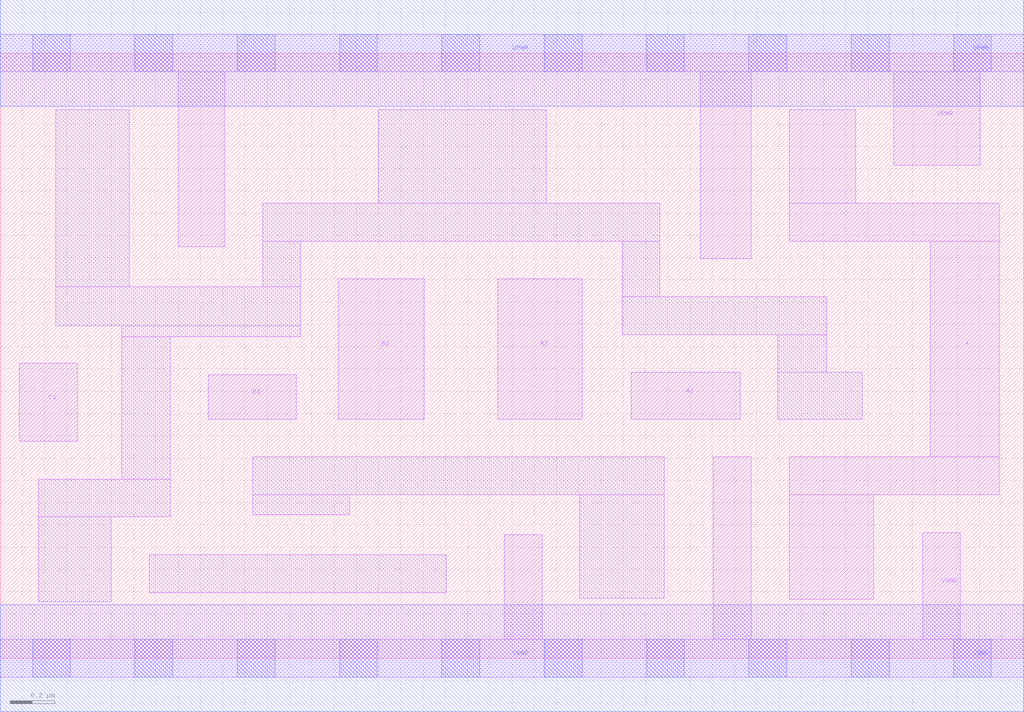
<source format=lef>
# Copyright 2020 The SkyWater PDK Authors
#
# Licensed under the Apache License, Version 2.0 (the "License");
# you may not use this file except in compliance with the License.
# You may obtain a copy of the License at
#
#     https://www.apache.org/licenses/LICENSE-2.0
#
# Unless required by applicable law or agreed to in writing, software
# distributed under the License is distributed on an "AS IS" BASIS,
# WITHOUT WARRANTIES OR CONDITIONS OF ANY KIND, either express or implied.
# See the License for the specific language governing permissions and
# limitations under the License.
#
# SPDX-License-Identifier: Apache-2.0

VERSION 5.7 ;
  NAMESCASESENSITIVE ON ;
  NOWIREEXTENSIONATPIN ON ;
  DIVIDERCHAR "/" ;
  BUSBITCHARS "[]" ;
UNITS
  DATABASE MICRONS 200 ;
END UNITS
PROPERTYDEFINITIONS
  MACRO maskLayoutSubType STRING ;
  MACRO prCellType STRING ;
  MACRO originalViewName STRING ;
END PROPERTYDEFINITIONS
MACRO sky130_fd_sc_hdll__o221a_2
  CLASS CORE ;
  FOREIGN sky130_fd_sc_hdll__o221a_2 ;
  ORIGIN  0.000000  0.000000 ;
  SIZE  4.600000 BY  2.720000 ;
  SYMMETRY X Y R90 ;
  SITE unithd ;
  PIN A1
    ANTENNAGATEAREA  0.277500 ;
    DIRECTION INPUT ;
    USE SIGNAL ;
    PORT
      LAYER li1 ;
        RECT 2.835000 1.075000 3.325000 1.285000 ;
    END
  END A1
  PIN A2
    ANTENNAGATEAREA  0.277500 ;
    DIRECTION INPUT ;
    USE SIGNAL ;
    PORT
      LAYER li1 ;
        RECT 2.235000 1.075000 2.615000 1.705000 ;
    END
  END A2
  PIN B1
    ANTENNAGATEAREA  0.277500 ;
    DIRECTION INPUT ;
    USE SIGNAL ;
    PORT
      LAYER li1 ;
        RECT 0.935000 1.075000 1.330000 1.275000 ;
    END
  END B1
  PIN B2
    ANTENNAGATEAREA  0.277500 ;
    DIRECTION INPUT ;
    USE SIGNAL ;
    PORT
      LAYER li1 ;
        RECT 1.520000 1.075000 1.905000 1.705000 ;
    END
  END B2
  PIN C1
    ANTENNAGATEAREA  0.277500 ;
    DIRECTION INPUT ;
    USE SIGNAL ;
    PORT
      LAYER li1 ;
        RECT 0.085000 0.975000 0.345000 1.325000 ;
    END
  END C1
  PIN VGND
    ANTENNADIFFAREA  0.546000 ;
    DIRECTION INOUT ;
    USE SIGNAL ;
    PORT
      LAYER li1 ;
        RECT 0.000000 -0.085000 4.600000 0.085000 ;
        RECT 2.265000  0.085000 2.435000 0.555000 ;
        RECT 3.205000  0.085000 3.375000 0.905000 ;
        RECT 4.145000  0.085000 4.315000 0.565000 ;
      LAYER mcon ;
        RECT 0.145000 -0.085000 0.315000 0.085000 ;
        RECT 0.605000 -0.085000 0.775000 0.085000 ;
        RECT 1.065000 -0.085000 1.235000 0.085000 ;
        RECT 1.525000 -0.085000 1.695000 0.085000 ;
        RECT 1.985000 -0.085000 2.155000 0.085000 ;
        RECT 2.445000 -0.085000 2.615000 0.085000 ;
        RECT 2.905000 -0.085000 3.075000 0.085000 ;
        RECT 3.365000 -0.085000 3.535000 0.085000 ;
        RECT 3.825000 -0.085000 3.995000 0.085000 ;
        RECT 4.285000 -0.085000 4.455000 0.085000 ;
      LAYER met1 ;
        RECT 0.000000 -0.240000 4.600000 0.240000 ;
    END
  END VGND
  PIN VPWR
    ANTENNADIFFAREA  0.970000 ;
    DIRECTION INOUT ;
    USE SIGNAL ;
    PORT
      LAYER li1 ;
        RECT 0.000000 2.635000 4.600000 2.805000 ;
        RECT 0.800000 1.850000 1.010000 2.635000 ;
        RECT 3.145000 1.795000 3.375000 2.635000 ;
        RECT 4.015000 2.215000 4.405000 2.635000 ;
      LAYER mcon ;
        RECT 0.145000 2.635000 0.315000 2.805000 ;
        RECT 0.605000 2.635000 0.775000 2.805000 ;
        RECT 1.065000 2.635000 1.235000 2.805000 ;
        RECT 1.525000 2.635000 1.695000 2.805000 ;
        RECT 1.985000 2.635000 2.155000 2.805000 ;
        RECT 2.445000 2.635000 2.615000 2.805000 ;
        RECT 2.905000 2.635000 3.075000 2.805000 ;
        RECT 3.365000 2.635000 3.535000 2.805000 ;
        RECT 3.825000 2.635000 3.995000 2.805000 ;
        RECT 4.285000 2.635000 4.455000 2.805000 ;
      LAYER met1 ;
        RECT 0.000000 2.480000 4.600000 2.960000 ;
    END
  END VPWR
  PIN X
    ANTENNADIFFAREA  0.530500 ;
    DIRECTION OUTPUT ;
    USE SIGNAL ;
    PORT
      LAYER li1 ;
        RECT 3.545000 0.265000 3.925000 0.735000 ;
        RECT 3.545000 0.735000 4.490000 0.905000 ;
        RECT 3.545000 1.875000 4.490000 2.045000 ;
        RECT 3.545000 2.045000 3.845000 2.465000 ;
        RECT 4.180000 0.905000 4.490000 1.875000 ;
    END
  END X
  OBS
    LAYER li1 ;
      RECT 0.170000 0.255000 0.500000 0.635000 ;
      RECT 0.170000 0.635000 0.765000 0.805000 ;
      RECT 0.250000 1.495000 1.350000 1.670000 ;
      RECT 0.250000 1.670000 0.580000 2.465000 ;
      RECT 0.545000 0.805000 0.765000 1.445000 ;
      RECT 0.545000 1.445000 1.350000 1.495000 ;
      RECT 0.670000 0.295000 2.005000 0.465000 ;
      RECT 1.135000 0.645000 1.570000 0.735000 ;
      RECT 1.135000 0.735000 2.985000 0.905000 ;
      RECT 1.180000 1.670000 1.350000 1.875000 ;
      RECT 1.180000 1.875000 2.965000 2.045000 ;
      RECT 1.700000 2.045000 2.455000 2.465000 ;
      RECT 2.605000 0.270000 2.985000 0.735000 ;
      RECT 2.795000 1.455000 3.715000 1.625000 ;
      RECT 2.795000 1.625000 2.965000 1.875000 ;
      RECT 3.495000 1.075000 3.875000 1.285000 ;
      RECT 3.495000 1.285000 3.715000 1.455000 ;
  END
  PROPERTY maskLayoutSubType "abstract" ;
  PROPERTY prCellType "standard" ;
  PROPERTY originalViewName "layout" ;
END sky130_fd_sc_hdll__o221a_2

</source>
